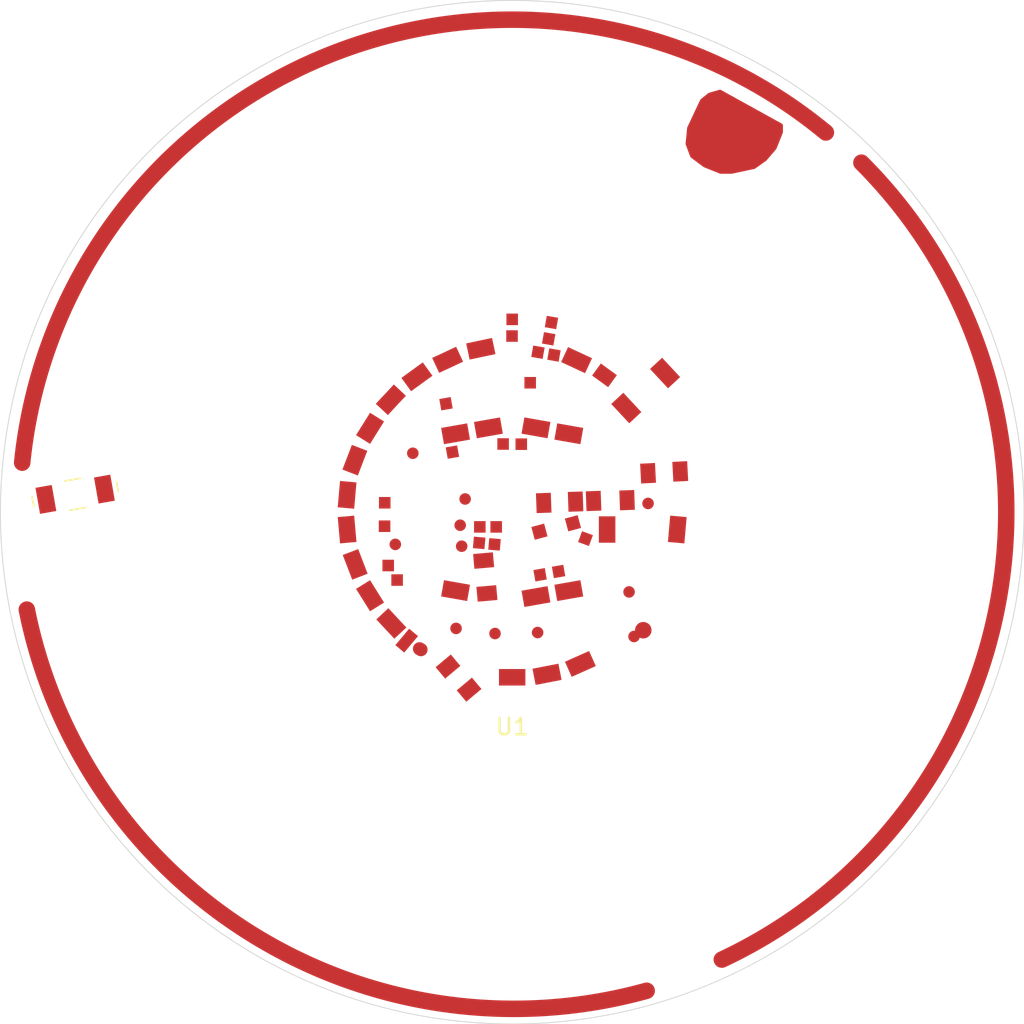
<source format=kicad_pcb>
(kicad_pcb (version 20171130) (host pcbnew "(5.1.9)-1")

  (general
    (thickness 1.6)
    (drawings 4)
    (tracks 0)
    (zones 0)
    (modules 2)
    (nets 9)
  )

  (page A4)
  (layers
    (0 F.Cu signal)
    (31 B.Cu signal)
    (38 B.Mask user)
    (39 F.Mask user)
    (40 Dwgs.User user)
    (41 Cmts.User user)
    (42 Eco1.User user)
    (43 Eco2.User user)
    (44 Edge.Cuts user)
    (45 Margin user)
    (46 B.CrtYd user)
    (47 F.CrtYd user)
  )

  (setup
    (last_trace_width 0.25)
    (trace_clearance 0.2)
    (zone_clearance 0.508)
    (zone_45_only no)
    (trace_min 0.2)
    (via_size 0.8)
    (via_drill 0.4)
    (via_min_size 0.4)
    (via_min_drill 0.3)
    (uvia_size 0.3)
    (uvia_drill 0.1)
    (uvias_allowed no)
    (uvia_min_size 0.2)
    (uvia_min_drill 0.1)
    (edge_width 0.05)
    (segment_width 0.2)
    (pcb_text_width 0.3)
    (pcb_text_size 1.5 1.5)
    (mod_edge_width 0.12)
    (mod_text_size 1 1)
    (mod_text_width 0.15)
    (pad_size 1 1.6)
    (pad_drill 0)
    (pad_to_mask_clearance 0.05)
    (solder_mask_min_width 0.2)
    (aux_axis_origin 0 0)
    (visible_elements 7FFFFFFF)
    (pcbplotparams
      (layerselection 0x010c0_ffffffff)
      (usegerberextensions false)
      (usegerberattributes true)
      (usegerberadvancedattributes true)
      (creategerberjobfile true)
      (excludeedgelayer true)
      (linewidth 0.100000)
      (plotframeref false)
      (viasonmask false)
      (mode 1)
      (useauxorigin false)
      (hpglpennumber 1)
      (hpglpenspeed 20)
      (hpglpendiameter 15.000000)
      (psnegative false)
      (psa4output false)
      (plotreference true)
      (plotvalue true)
      (plotinvisibletext false)
      (padsonsilk false)
      (subtractmaskfromsilk false)
      (outputformat 1)
      (mirror false)
      (drillshape 0)
      (scaleselection 1)
      (outputdirectory "E:/Dateien/Kicad_Projekte/Stonehenge/gerbers/"))
  )

  (net 0 "")
  (net 1 "Net-(U1-Pad8)")
  (net 2 "Net-(U1-Pad7)")
  (net 3 "Net-(U1-Pad6)")
  (net 4 "Net-(U1-Pad5)")
  (net 5 "Net-(U1-Pad4)")
  (net 6 "Net-(U1-Pad3)")
  (net 7 "Net-(U1-Pad2)")
  (net 8 "Net-(U1-Pad1)")

  (net_class Default "This is the default net class."
    (clearance 0.2)
    (trace_width 0.25)
    (via_dia 0.8)
    (via_drill 0.4)
    (uvia_dia 0.3)
    (uvia_drill 0.1)
    (add_net "Net-(U1-Pad1)")
    (add_net "Net-(U1-Pad2)")
    (add_net "Net-(U1-Pad3)")
    (add_net "Net-(U1-Pad4)")
    (add_net "Net-(U1-Pad5)")
    (add_net "Net-(U1-Pad6)")
    (add_net "Net-(U1-Pad7)")
    (add_net "Net-(U1-Pad8)")
  )

  (module Stonehenge:Stonehenge (layer F.Cu) (tedit 60BFB9FC) (tstamp 60BFE02E)
    (at 103 73)
    (path /60BFF0FC)
    (attr smd)
    (fp_text reference U1 (at 0 13) (layer F.SilkS)
      (effects (font (size 1 1) (thickness 0.15)))
    )
    (fp_text value NE555P (at 0 -13) (layer F.Fab)
      (effects (font (size 1 1) (thickness 0.15)))
    )
    (pad 74 smd circle (at 7.08 4.83) (size 0.7 0.7) (layers F.Cu F.Paste F.Mask))
    (pad 73 smd circle (at 1.54 7.29) (size 0.7 0.7) (layers F.Cu F.Paste F.Mask))
    (pad 72 smd circle (at -1.04 7.35) (size 0.7 0.7) (layers F.Cu F.Paste F.Mask))
    (pad 71 smd circle (at -3.4 7.04) (size 0.7 0.7) (layers F.Cu F.Paste F.Mask))
    (pad 70 smd circle (at -6.02 -3.57) (size 0.7 0.7) (layers F.Cu F.Paste F.Mask))
    (pad 69 smd circle (at 7.38 7.53) (size 0.7 0.7) (layers F.Cu F.Paste F.Mask))
    (pad 69 smd circle (at 7.94 7.15) (size 1 1) (layers F.Cu F.Paste F.Mask))
    (pad 68 smd rect (at -6.39 7.78 320) (size 0.7 1.3) (layers F.Cu F.Paste F.Mask))
    (pad 67 smd oval (at -5.57 8.3 330) (size 0.9 0.8) (layers F.Cu F.Paste F.Mask))
    (pad 66 smd rect (at -3.89 9.35 130) (size 0.9 1.2) (layers F.Cu F.Paste F.Mask))
    (pad 65 smd rect (at -2.61 10.75 130) (size 0.9 1.2) (layers F.Cu F.Paste F.Mask))
    (pad 64 smd circle (at 8.23 -0.53) (size 0.7 0.7) (layers F.Cu F.Paste F.Mask))
    (pad 63 smd rect (at -6.97 4.11) (size 0.7 0.7) (layers F.Cu F.Paste F.Mask))
    (pad 62 smd circle (at -7.08 1.95) (size 0.7 0.7) (layers F.Cu F.Paste F.Mask))
    (pad 61 smd rect (at -7.51 3.23) (size 0.7 0.7) (layers F.Cu F.Paste F.Mask))
    (pad 60 smd rect (at -7.73 0.85) (size 0.7 0.7) (layers F.Cu F.Paste F.Mask))
    (pad 59 smd rect (at -7.72 -0.57) (size 0.7 0.7) (layers F.Cu F.Paste F.Mask))
    (pad 58 smd circle (at -2.85 -0.8) (size 0.7 0.7) (layers F.Cu F.Paste F.Mask))
    (pad 57 smd circle (at -3.15 0.79) (size 0.7 0.7) (layers F.Cu F.Paste F.Mask))
    (pad 56 smd circle (at -3.06 2.06) (size 0.7 0.7) (layers F.Cu F.Paste F.Mask))
    (pad 55 smd rect (at 1.65 1.18 195) (size 0.8 0.8) (layers F.Cu F.Paste F.Mask))
    (pad 54 smd rect (at 3.68 0.67 195) (size 0.8 0.8) (layers F.Cu F.Paste F.Mask))
    (pad 53 smd rect (at 1.56 -9.69 170) (size 0.7 0.7) (layers F.Cu F.Paste F.Mask))
    (pad 52 smd rect (at 2.53 -9.52 170) (size 0.7 0.7) (layers F.Cu F.Paste F.Mask))
    (pad 51 smd rect (at 0 -11.68 90) (size 0.7 0.7) (layers F.Cu F.Paste F.Mask))
    (pad 50 smd rect (at -0.01 -10.67 90) (size 0.7 0.7) (layers F.Cu F.Paste F.Mask))
    (pad 49 smd rect (at 2.38 -11.49 80) (size 0.7 0.7) (layers F.Cu F.Paste F.Mask))
    (pad 48 smd rect (at 2.21 -10.5 80) (size 0.7 0.7) (layers F.Cu F.Paste F.Mask))
    (pad 47 smd rect (at 1.09 -7.84 90) (size 0.7 0.7) (layers F.Cu F.Paste F.Mask))
    (pad 46 smd rect (at -4.01 -6.57 100) (size 0.7 0.7) (layers F.Cu F.Paste F.Mask))
    (pad 45 smd rect (at 4.44 1.6 340) (size 0.7 0.7) (layers F.Cu F.Paste F.Mask))
    (pad 44 smd rect (at 1.69 3.79 100) (size 0.7 0.7) (layers F.Cu F.Paste F.Mask))
    (pad 43 smd rect (at 2.81 3.59 100) (size 0.7 0.7) (layers F.Cu F.Paste F.Mask))
    (pad 42 smd rect (at -3.62 -3.64 100) (size 0.7 0.7) (layers F.Cu F.Paste F.Mask))
    (pad 41 smd rect (at 0.55 -4.12 90) (size 0.7 0.7) (layers F.Cu F.Paste F.Mask))
    (pad 40 smd rect (at -0.55 -4.13 90) (size 0.7 0.7) (layers F.Cu F.Paste F.Mask))
    (pad 39 smd rect (at -0.97 0.89) (size 0.7 0.7) (layers F.Cu F.Paste F.Mask))
    (pad 38 smd rect (at -1.96 0.89) (size 0.7 0.7) (layers F.Cu F.Paste F.Mask))
    (pad 37 smd rect (at -1.07 1.95 355) (size 0.7 0.7) (layers F.Cu F.Paste F.Mask))
    (pad 36 smd rect (at -2 1.86 355) (size 0.7 0.7) (layers F.Cu F.Paste F.Mask))
    (pad 35 smd rect (at 10.18 -2.47 3) (size 0.9 1.2) (layers F.Cu F.Paste F.Mask))
    (pad 34 smd rect (at 8.23 -2.36 3) (size 0.9 1.2) (layers F.Cu F.Paste F.Mask))
    (pad 1 smd rect (at -10 -1.05 355) (size 1 1.6) (layers F.Cu F.Paste F.Mask)
      (net 8 "Net-(U1-Pad1)"))
    (pad 2 smd rect (at -10 1.05 5) (size 1 1.6) (layers F.Cu F.Paste F.Mask)
      (net 7 "Net-(U1-Pad2)"))
    (pad 3 smd rect (at -9.51 3.16 21) (size 1 1.6) (layers F.Cu F.Paste F.Mask)
      (net 6 "Net-(U1-Pad3)"))
    (pad 4 smd rect (at -8.61 5.06 32) (size 1 1.6) (layers F.Cu F.Paste F.Mask)
      (net 5 "Net-(U1-Pad4)"))
    (pad 5 smd rect (at -7.32 6.74 43) (size 1 1.6) (layers F.Cu F.Paste F.Mask)
      (net 4 "Net-(U1-Pad5)"))
    (pad 6 smd rect (at -9.53 -3.15 339) (size 1 1.6) (layers F.Cu F.Paste F.Mask)
      (net 3 "Net-(U1-Pad6)"))
    (pad 7 smd rect (at -8.61 -5.08 328) (size 1 1.6) (layers F.Cu F.Paste F.Mask)
      (net 2 "Net-(U1-Pad7)"))
    (pad 8 smd rect (at -7.35 -6.81 317) (size 1 1.6) (layers F.Cu F.Paste F.Mask)
      (net 1 "Net-(U1-Pad8)"))
    (pad 9 smd rect (at -5.77 -8.2 306) (size 1 1.6) (layers F.Cu F.Paste F.Mask))
    (pad 10 smd rect (at -3.91 -9.23 295) (size 1 1.6) (layers F.Cu F.Paste F.Mask))
    (pad 11 smd rect (at -1.9 -9.9 282) (size 1 1.6) (layers F.Cu F.Paste F.Mask))
    (pad 12 smd rect (at -3.43 -4.75 100) (size 1 1.6) (layers F.Cu F.Paste F.Mask))
    (pad 13 smd rect (at -1.44 -5.11 100) (size 1 1.6) (layers F.Cu F.Paste F.Mask))
    (pad 14 smd rect (at 1.44 -5.11 80) (size 1 1.6) (layers F.Cu F.Paste F.Mask))
    (pad 15 smd rect (at 3.43 -4.75 80) (size 1 1.6) (layers F.Cu F.Paste F.Mask))
    (pad 16 smd rect (at 5.75 1.05 180) (size 1 1.6) (layers F.Cu F.Paste F.Mask))
    (pad 17 smd rect (at 3.43 4.75 280) (size 1 1.6) (layers F.Cu F.Paste F.Mask))
    (pad 18 smd rect (at 1.44 5.11 280) (size 1 1.6) (layers F.Cu F.Paste F.Mask))
    (pad 19 smd rect (at -3.43 4.75 260) (size 1 1.6) (layers F.Cu F.Paste F.Mask))
    (pad 20 smd rect (at 2.11 9.82 101) (size 1 1.6) (layers F.Cu F.Paste F.Mask))
    (pad 21 smd rect (at 4.13 9.19 114) (size 1 1.6) (layers F.Cu F.Paste F.Mask))
    (pad 22 smd rect (at 0 10 270) (size 1 1.6) (layers F.Cu F.Paste F.Mask))
    (pad 23 smd rect (at 3.9 -9.21 245) (size 1 1.6) (layers F.Cu F.Paste F.Mask))
    (pad 24 smd rect (at 10 1.05 175) (size 1 1.6) (layers F.Cu F.Paste F.Mask))
    (pad 25 smd rect (at 5.59 -8.29 234) (size 0.9 1.2) (layers F.Cu F.Paste F.Mask))
    (pad 26 smd rect (at -1.53 4.92 95) (size 0.9 1.2) (layers F.Cu F.Paste F.Mask))
    (pad 27 smd rect (at -1.73 2.93 95) (size 0.9 1.2) (layers F.Cu F.Paste F.Mask))
    (pad 28 smd rect (at 6.96 -0.73 2) (size 0.9 1.2) (layers F.Cu F.Paste F.Mask))
    (pad 29 smd rect (at 4.93 -0.68 2) (size 0.9 1.2) (layers F.Cu F.Paste F.Mask))
    (pad 30 smd rect (at 3.84 -0.64 2) (size 0.9 1.2) (layers F.Cu F.Paste F.Mask))
    (pad 31 smd rect (at 1.91 -0.56 2) (size 0.9 1.2) (layers F.Cu F.Paste F.Mask))
    (pad 32 smd rect (at 6.91 -6.31 223) (size 1 1.6) (layers F.Cu F.Paste F.Mask))
    (pad 33 smd rect (at 9.26 -8.43 223) (size 1 1.6) (layers F.Cu F.Paste F.Mask))
  )

  (module digikey-footprints:1206 (layer F.Cu) (tedit 60BFBD64) (tstamp 60BFE95D)
    (at 76.527346 71.912567 10)
    (descr http://media.digikey.com/pdf/Data%20Sheets/Lite-On%20PDFs/LTST-C230KFKT_5-24-06.pdf)
    (attr smd)
    (fp_text reference REF** (at 0.1 -2.5 10) (layer F.SilkS) hide
      (effects (font (size 1 1) (thickness 0.15)))
    )
    (fp_text value 1206 (at 0 2.6 10) (layer F.Fab) hide
      (effects (font (size 1 1) (thickness 0.15)))
    )
    (fp_line (start 2.6 -0.3) (end 2.6 0.3) (layer F.SilkS) (width 0.1))
    (fp_line (start -2.6 -0.3) (end -2.6 0.3) (layer F.SilkS) (width 0.1))
    (fp_line (start 0 0.9) (end -0.5 0.9) (layer F.SilkS) (width 0.1))
    (fp_line (start 0 0.9) (end 0.5 0.9) (layer F.SilkS) (width 0.1))
    (fp_line (start 0 -0.9) (end -0.5 -0.9) (layer F.SilkS) (width 0.1))
    (fp_line (start 0 -0.9) (end 0.5 -0.9) (layer F.SilkS) (width 0.1))
    (fp_line (start 2.8 1.15) (end 2.8 -1.15) (layer F.CrtYd) (width 0.05))
    (fp_line (start 2.8 -1.15) (end -2.8 -1.15) (layer F.CrtYd) (width 0.05))
    (fp_line (start -2.8 -1.15) (end -2.8 1.15) (layer F.CrtYd) (width 0.05))
    (fp_line (start -2.8 1.15) (end 2.8 1.15) (layer F.CrtYd) (width 0.05))
    (fp_line (start -1.6 -0.8) (end -1.6 0.8) (layer F.Fab) (width 0.1))
    (fp_line (start 1.6 -0.8) (end 1.6 0.8) (layer F.Fab) (width 0.1))
    (fp_line (start -1.6 -0.8) (end 1.6 -0.8) (layer F.Fab) (width 0.1))
    (fp_line (start -1.6 0.8) (end 1.6 0.8) (layer F.Fab) (width 0.1))
    (fp_text user %R (at 0 0 10) (layer F.Fab) hide
      (effects (font (size 1 1) (thickness 0.15)))
    )
    (pad 2 smd rect (at 1.8 0 10) (size 1 1.6) (layers F.Cu F.Paste F.Mask))
    (pad 1 smd rect (at -1.8 0 10) (size 1 1.6) (layers F.Cu F.Paste F.Mask))
  )

  (gr_arc (start 103.1 73) (end 73.600001 78.899999) (angle -94.2) (layer F.Cu) (width 1))
  (gr_arc (start 103 73) (end 115.7 100.1) (angle -109.9128971) (layer F.Cu) (width 1))
  (gr_arc (start 103 73) (end 121.999999 50.000001) (angle -123.7882714) (layer F.Cu) (width 1))
  (gr_circle (center 103 73) (end 134 73) (layer Edge.Cuts) (width 0.05))

  (zone (net 0) (net_name "") (layer F.Cu) (tstamp 60BFEB73) (hatch edge 0.508)
    (connect_pads (clearance 0.508))
    (min_thickness 0.254)
    (fill yes (arc_segments 32) (thermal_gap 0.508) (thermal_bridge_width 0.508))
    (polygon
      (pts
        (xy 119.4 49.5) (xy 119.4 50) (xy 119 51) (xy 118.4 51.7) (xy 117.7 52.2)
        (xy 116.3 52.5) (xy 115.6 52.5) (xy 114.6 52.1) (xy 113.8 51.5) (xy 113.5 50.7)
        (xy 113.6 49.7) (xy 114.4 48) (xy 114.9 47.6) (xy 115.6 47.4)
      )
    )
    (filled_polygon
      (pts
        (xy 119.273 49.574919) (xy 119.273 49.975541) (xy 118.889891 50.933312) (xy 118.313618 51.605631) (xy 117.647625 52.08134)
        (xy 116.286545 52.373) (xy 115.624459 52.373) (xy 114.662761 51.98832) (xy 113.905885 51.420664) (xy 113.629318 50.683152)
        (xy 113.7242 49.73434) (xy 114.502359 48.080752) (xy 114.959415 47.715107) (xy 115.584469 47.53652)
      )
    )
  )
)

</source>
